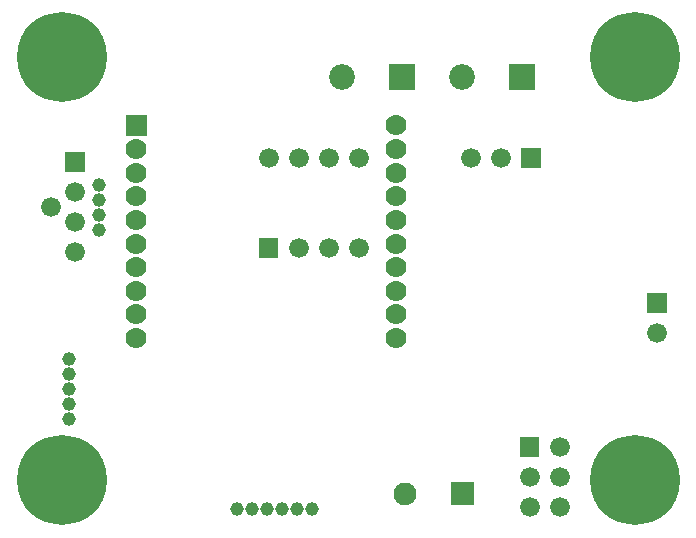
<source format=gbr>
G04 start of page 6 for group -4062 idx -4062 *
G04 Title: (unknown), soldermask *
G04 Creator: pcb 20110918 *
G04 CreationDate: Tue 09 Apr 2013 01:29:24 AM GMT UTC *
G04 For: railfan *
G04 Format: Gerber/RS-274X *
G04 PCB-Dimensions: 225000 175000 *
G04 PCB-Coordinate-Origin: lower left *
%MOIN*%
%FSLAX25Y25*%
%LNBOTTOMMASK*%
%ADD98C,0.0860*%
%ADD97C,0.0700*%
%ADD96C,0.0760*%
%ADD95C,0.0001*%
%ADD94C,0.0660*%
%ADD93C,0.0460*%
%ADD92C,0.2997*%
G54D92*X17000Y17000D03*
G54D93*X19500Y57500D03*
Y52500D03*
Y47500D03*
Y42500D03*
Y37500D03*
G54D92*X208000Y17000D03*
G54D94*X183000Y28000D03*
Y18000D03*
Y8000D03*
G54D95*G36*
X146806Y16300D02*Y8700D01*
X154406D01*
Y16300D01*
X146806D01*
G37*
G54D96*X131394Y12500D03*
G54D95*G36*
X169700Y31300D02*Y24700D01*
X176300D01*
Y31300D01*
X169700D01*
G37*
G54D94*X173000Y18000D03*
Y8000D03*
G54D93*X100500Y7500D03*
X95500D03*
X90500D03*
X85500D03*
X80500D03*
X75500D03*
G54D92*X17000Y158000D03*
G54D95*G36*
X38386Y138748D02*Y131748D01*
X45386D01*
Y138748D01*
X38386D01*
G37*
G36*
X82700Y97800D02*Y91200D01*
X89300D01*
Y97800D01*
X82700D01*
G37*
G54D94*X96000Y94500D03*
Y124500D03*
X86000D03*
X106000Y94500D03*
X116000D03*
G54D97*X128500Y88004D03*
Y80130D03*
Y72256D03*
Y119500D03*
Y111626D03*
Y103752D03*
Y95878D03*
G54D95*G36*
X212200Y79300D02*Y72700D01*
X218800D01*
Y79300D01*
X212200D01*
G37*
G54D94*X215500Y66000D03*
G54D97*X128500Y64382D03*
G54D95*G36*
X18200Y126300D02*Y119700D01*
X24800D01*
Y126300D01*
X18200D01*
G37*
G54D93*X29500Y115500D03*
G54D94*X21500Y113000D03*
Y103000D03*
Y93000D03*
G54D93*X29500Y110500D03*
Y105500D03*
Y100500D03*
G54D94*X13500Y108000D03*
G54D97*X41886Y127374D03*
Y119500D03*
Y111626D03*
Y103752D03*
Y95878D03*
Y88004D03*
Y80130D03*
Y72256D03*
Y64382D03*
G54D95*G36*
X170200Y127800D02*Y121200D01*
X176800D01*
Y127800D01*
X170200D01*
G37*
G54D94*X163500Y124500D03*
X153500D03*
X116000D03*
X106000D03*
G54D92*X208000Y158000D03*
G54D95*G36*
X166200Y155800D02*Y147200D01*
X174800D01*
Y155800D01*
X166200D01*
G37*
G54D98*X150500Y151500D03*
G54D95*G36*
X126200Y155800D02*Y147200D01*
X134800D01*
Y155800D01*
X126200D01*
G37*
G54D97*X128500Y135248D03*
Y127374D03*
G54D98*X110500Y151500D03*
M02*

</source>
